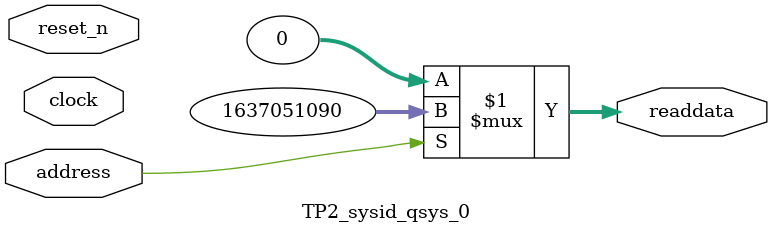
<source format=v>

`timescale 1ns / 1ps
// synthesis translate_on

// turn off superfluous verilog processor warnings 
// altera message_level Level1 
// altera message_off 10034 10035 10036 10037 10230 10240 10030 

module TP2_sysid_qsys_0 (
               // inputs:
                address,
                clock,
                reset_n,

               // outputs:
                readdata
             )
;

  output  [ 31: 0] readdata;
  input            address;
  input            clock;
  input            reset_n;

  wire    [ 31: 0] readdata;
  //control_slave, which is an e_avalon_slave
  assign readdata = address ? 1637051090 : 0;

endmodule




</source>
